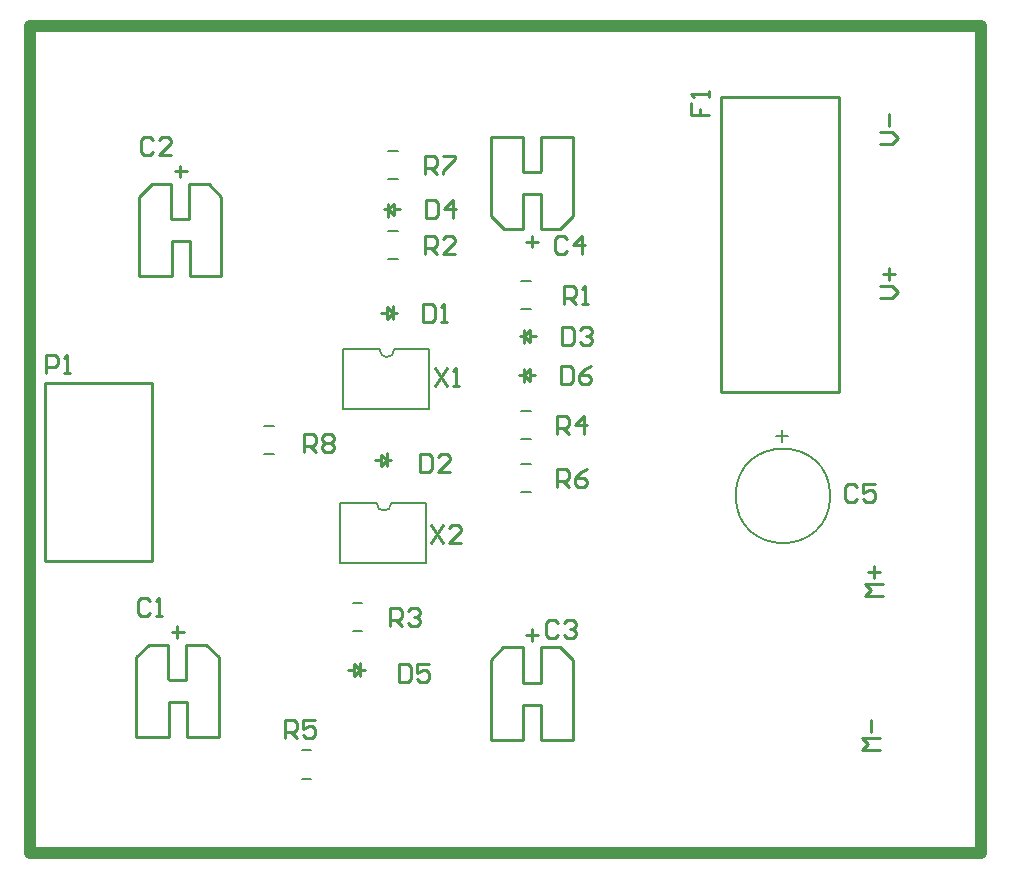
<source format=gto>
G04*
G04 #@! TF.GenerationSoftware,Altium Limited,Altium Designer,20.0.12 (288)*
G04*
G04 Layer_Color=65535*
%FSLAX44Y44*%
%MOMM*%
G71*
G01*
G75*
%ADD10C,0.2000*%
%ADD11C,0.2540*%
%ADD12C,0.1500*%
%ADD13C,1.0000*%
D10*
X677500Y402500D02*
G03*
X677500Y402500I-40000J0D01*
G01*
X296020Y526200D02*
G03*
X308380Y526200I6180J0D01*
G01*
X293520Y396200D02*
G03*
X305880Y396200I6180J0D01*
G01*
X198500Y438000D02*
X206500D01*
X198500Y462001D02*
X206500D01*
X415999Y429500D02*
X423999D01*
X415999Y405500D02*
X423999D01*
X416000Y584500D02*
X424000D01*
X416000Y560500D02*
X424000D01*
X303500Y627000D02*
X311500D01*
X303500Y603000D02*
X311500D01*
X273500Y312000D02*
X281500D01*
X273500Y288000D02*
X281500D01*
X303500Y670500D02*
X311500D01*
X303500Y694500D02*
X311500D01*
X416000Y450500D02*
X424000D01*
X416000Y474500D02*
X424000D01*
X265200Y526550D02*
X296020D01*
X308380D02*
X338200D01*
Y475750D02*
Y526550D01*
X265200Y475750D02*
X338200D01*
X265200D02*
Y526550D01*
X262700Y396550D02*
X293520D01*
X305880D02*
X335700D01*
Y345750D02*
Y396550D01*
X262700Y345750D02*
X335700D01*
X262700D02*
Y396550D01*
X230000Y163000D02*
X238000D01*
X230000Y187000D02*
X238000D01*
D11*
X414500Y537500D02*
X418500D01*
Y531500D02*
Y542500D01*
X423500Y537500D02*
Y542500D01*
X418500Y537500D02*
X423500Y542500D01*
X418500Y537500D02*
X423500Y532500D01*
Y537500D01*
X428500D01*
X299500Y645000D02*
X303500D01*
Y639000D02*
Y650000D01*
X308500Y645000D02*
Y650000D01*
X303500Y645000D02*
X308500Y650000D01*
X303500Y645000D02*
X308500Y640000D01*
Y645000D01*
X313500D01*
X269500Y255000D02*
X274500D01*
Y260000D01*
X279500Y255000D01*
X274500Y250000D02*
X279500Y255000D01*
X274500Y250000D02*
Y255000D01*
X279500Y250000D02*
Y261000D01*
Y255000D02*
X283500D01*
X297000Y557500D02*
X302000D01*
Y562500D01*
X307000Y557500D01*
X302000Y552500D02*
X307000Y557500D01*
X302000Y552500D02*
Y557500D01*
X307000Y552500D02*
Y563500D01*
Y557500D02*
X311000D01*
X423000Y505000D02*
X428000D01*
X423000Y500000D02*
Y505000D01*
X418000D02*
X423000Y500000D01*
X418000Y505000D02*
X423000Y510000D01*
Y505000D02*
Y510000D01*
X418000Y499000D02*
Y510000D01*
X414000Y505000D02*
X418000D01*
X292000Y432500D02*
X297000D01*
Y437500D01*
X302000Y432500D01*
X297000Y427500D02*
X302000Y432500D01*
X297000Y427500D02*
Y432500D01*
X302000Y427500D02*
Y438500D01*
Y432500D02*
X306000D01*
X420125Y284875D02*
X430125D01*
X424875Y279625D02*
Y289625D01*
X390048Y195875D02*
Y263298D01*
X390127Y263377D02*
X400875Y274125D01*
X417125D01*
X459625Y196125D02*
Y263375D01*
X448875Y274125D02*
X459625Y263375D01*
X432375Y274125D02*
X448875D01*
X432375Y244375D02*
Y273875D01*
X417375Y244375D02*
X432125D01*
X417125Y244625D02*
Y274125D01*
X432625Y196125D02*
X459625D01*
X390456Y195875D02*
X417456D01*
X417625D02*
Y225375D01*
X432625Y196125D02*
Y225625D01*
X417875D02*
X432625D01*
X417625Y225375D02*
X417875Y225625D01*
X419875Y617625D02*
X429875D01*
X425125Y612875D02*
Y622875D01*
X459952Y639202D02*
Y706625D01*
X449125Y628375D02*
X459873Y639123D01*
X432875Y628375D02*
X449125D01*
X390375Y639125D02*
Y706375D01*
Y639125D02*
X401125Y628375D01*
X417625D01*
Y628625D02*
Y658124D01*
X417875Y658125D02*
X432625D01*
X432875Y628374D02*
Y657875D01*
X390375Y706375D02*
X417375D01*
X432544Y706625D02*
X459544D01*
X432375Y677125D02*
Y706625D01*
X417375Y676875D02*
Y706375D01*
Y676875D02*
X432125D01*
X432375Y677125D01*
X585000Y490000D02*
X685000D01*
Y740000D01*
X585000D02*
X685000D01*
X585000Y490000D02*
Y740000D01*
X120125Y617875D02*
X120375Y618125D01*
X135125D01*
Y588625D02*
Y618125D01*
X120125Y588375D02*
Y617875D01*
X92956Y588375D02*
X119956D01*
X135125Y588625D02*
X162125D01*
X119625Y637125D02*
Y666625D01*
X119875Y636875D02*
X134625D01*
X134875D02*
Y666375D01*
Y666625D02*
X151375D01*
X162125Y655875D01*
Y588625D02*
Y655875D01*
X103375Y666625D02*
X119625D01*
X92627Y655877D02*
X103375Y666625D01*
X92548Y588375D02*
Y655798D01*
X127375Y672125D02*
Y682125D01*
X122625Y677375D02*
X132625D01*
X12750Y497750D02*
X102750D01*
X103000Y347750D02*
Y497750D01*
X12750Y347750D02*
X102750D01*
X12750D02*
Y497750D01*
X117625Y227875D02*
X117875Y228125D01*
X132625D01*
Y198625D02*
Y228125D01*
X117625Y198375D02*
Y227875D01*
X90456Y198375D02*
X117456D01*
X132625Y198625D02*
X159625D01*
X117125Y247125D02*
Y276625D01*
X117375Y246875D02*
X132125D01*
X132375D02*
Y276375D01*
Y276625D02*
X148875D01*
X159625Y265875D01*
Y198625D02*
Y265875D01*
X100875Y276625D02*
X117125D01*
X90127Y265877D02*
X100875Y276625D01*
X90048Y198375D02*
Y265798D01*
X124875Y282125D02*
Y292125D01*
X120125Y287375D02*
X130125D01*
X719724Y700041D02*
X729880D01*
X734959Y705120D01*
X729880Y710198D01*
X719724D01*
X727341Y715276D02*
Y725433D01*
X719724Y570041D02*
X729880D01*
X734959Y575120D01*
X729880Y580198D01*
X719724D01*
X727341Y585276D02*
Y595433D01*
X722263Y590355D02*
X732419D01*
X719960Y187540D02*
X704725D01*
X709803Y192618D01*
X704725Y197697D01*
X719960D01*
X712343Y202775D02*
Y212932D01*
X722460Y317540D02*
X707225D01*
X712303Y322618D01*
X707225Y327697D01*
X722460D01*
X714842Y332775D02*
Y342932D01*
X709764Y337853D02*
X719921D01*
X699961Y410078D02*
X697422Y412618D01*
X692343D01*
X689804Y410078D01*
Y399922D01*
X692343Y397383D01*
X697422D01*
X699961Y399922D01*
X715196Y412618D02*
X705039D01*
Y405000D01*
X710117Y407539D01*
X712657D01*
X715196Y405000D01*
Y399922D01*
X712657Y397383D01*
X707578D01*
X705039Y399922D01*
X339804Y377617D02*
X349961Y362383D01*
Y377617D02*
X339804Y362383D01*
X365196D02*
X355039D01*
X365196Y372539D01*
Y375078D01*
X362657Y377617D01*
X357578D01*
X355039Y375078D01*
X343044Y510317D02*
X353200Y495082D01*
Y510317D02*
X343044Y495082D01*
X358279D02*
X363357D01*
X360818D01*
Y510317D01*
X358279Y507778D01*
X232304Y439882D02*
Y455117D01*
X239922D01*
X242461Y452578D01*
Y447500D01*
X239922Y444961D01*
X232304D01*
X237383D02*
X242461Y439882D01*
X247539Y452578D02*
X250078Y455117D01*
X255157D01*
X257696Y452578D01*
Y450039D01*
X255157Y447500D01*
X257696Y444961D01*
Y442422D01*
X255157Y439882D01*
X250078D01*
X247539Y442422D01*
Y444961D01*
X250078Y447500D01*
X247539Y450039D01*
Y452578D01*
X250078Y447500D02*
X255157D01*
X334804Y674883D02*
Y690117D01*
X342422D01*
X344961Y687578D01*
Y682500D01*
X342422Y679961D01*
X334804D01*
X339883D02*
X344961Y674883D01*
X350039Y690117D02*
X360196D01*
Y687578D01*
X350039Y677422D01*
Y674883D01*
X445804Y409882D02*
Y425117D01*
X453421D01*
X455961Y422578D01*
Y417500D01*
X453421Y414961D01*
X445804D01*
X450882D02*
X455961Y409882D01*
X471195Y425117D02*
X466117Y422578D01*
X461039Y417500D01*
Y412421D01*
X463578Y409882D01*
X468656D01*
X471195Y412421D01*
Y414961D01*
X468656Y417500D01*
X461039D01*
X216128Y197146D02*
Y212381D01*
X223745D01*
X226285Y209842D01*
Y204764D01*
X223745Y202225D01*
X216128D01*
X221206D02*
X226285Y197146D01*
X241520Y212381D02*
X231363D01*
Y204764D01*
X236441Y207303D01*
X238980D01*
X241520Y204764D01*
Y199685D01*
X238980Y197146D01*
X233902D01*
X231363Y199685D01*
X445804Y454883D02*
Y470118D01*
X453422D01*
X455961Y467579D01*
Y462500D01*
X453422Y459961D01*
X445804D01*
X450882D02*
X455961Y454883D01*
X468657D02*
Y470118D01*
X461039Y462500D01*
X471196D01*
X304804Y292383D02*
Y307617D01*
X312422D01*
X314961Y305078D01*
Y300000D01*
X312422Y297461D01*
X304804D01*
X309883D02*
X314961Y292383D01*
X320039Y305078D02*
X322578Y307617D01*
X327657D01*
X330196Y305078D01*
Y302539D01*
X327657Y300000D01*
X325118D01*
X327657D01*
X330196Y297461D01*
Y294922D01*
X327657Y292383D01*
X322578D01*
X320039Y294922D01*
X334804Y607383D02*
Y622617D01*
X342422D01*
X344961Y620078D01*
Y615000D01*
X342422Y612461D01*
X334804D01*
X339883D02*
X344961Y607383D01*
X360196D02*
X350039D01*
X360196Y617539D01*
Y620078D01*
X357657Y622617D01*
X352578D01*
X350039Y620078D01*
X452343Y564883D02*
Y580117D01*
X459961D01*
X462500Y577578D01*
Y572500D01*
X459961Y569961D01*
X452343D01*
X457422D02*
X462500Y564883D01*
X467578D02*
X472657D01*
X470118D01*
Y580117D01*
X467578Y577578D01*
X13894Y506522D02*
Y521757D01*
X21511D01*
X24051Y519218D01*
Y514139D01*
X21511Y511600D01*
X13894D01*
X29129Y506522D02*
X34207D01*
X31668D01*
Y521757D01*
X29129Y519218D01*
X559882Y735000D02*
Y724843D01*
X567500D01*
Y729922D01*
Y724843D01*
X575117D01*
Y740078D02*
Y745157D01*
Y742617D01*
X559882D01*
X562422Y740078D01*
X449305Y512617D02*
Y497383D01*
X456922D01*
X459461Y499922D01*
Y510078D01*
X456922Y512617D01*
X449305D01*
X474696D02*
X469618Y510078D01*
X464540Y505000D01*
Y499922D01*
X467079Y497383D01*
X472157D01*
X474696Y499922D01*
Y502461D01*
X472157Y505000D01*
X464540D01*
X312304Y260117D02*
Y244883D01*
X319922D01*
X322461Y247422D01*
Y257578D01*
X319922Y260117D01*
X312304D01*
X337696D02*
X327539D01*
Y252500D01*
X332617Y255039D01*
X335157D01*
X337696Y252500D01*
Y247422D01*
X335157Y244883D01*
X330078D01*
X327539Y247422D01*
X335304Y652617D02*
Y637382D01*
X342922D01*
X345461Y639921D01*
Y650078D01*
X342922Y652617D01*
X335304D01*
X358157Y637382D02*
Y652617D01*
X350539Y645000D01*
X360696D01*
X450304Y545117D02*
Y529883D01*
X457922D01*
X460461Y532422D01*
Y542578D01*
X457922Y545117D01*
X450304D01*
X465539Y542578D02*
X468078Y545117D01*
X473157D01*
X475696Y542578D01*
Y540039D01*
X473157Y537500D01*
X470618D01*
X473157D01*
X475696Y534961D01*
Y532422D01*
X473157Y529883D01*
X468078D01*
X465539Y532422D01*
X329804Y437617D02*
Y422383D01*
X337422D01*
X339961Y424922D01*
Y435078D01*
X337422Y437617D01*
X329804D01*
X355196Y422383D02*
X345039D01*
X355196Y432539D01*
Y435078D01*
X352657Y437617D01*
X347578D01*
X345039Y435078D01*
X332343Y565117D02*
Y549883D01*
X339961D01*
X342500Y552422D01*
Y562578D01*
X339961Y565117D01*
X332343D01*
X347578Y549883D02*
X352657D01*
X350118D01*
Y565117D01*
X347578Y562578D01*
X454961Y620078D02*
X452422Y622618D01*
X447343D01*
X444804Y620078D01*
Y609922D01*
X447343Y607383D01*
X452422D01*
X454961Y609922D01*
X467657Y607383D02*
Y622618D01*
X460039Y615000D01*
X470196D01*
X447461Y295078D02*
X444922Y297618D01*
X439843D01*
X437304Y295078D01*
Y284922D01*
X439843Y282383D01*
X444922D01*
X447461Y284922D01*
X452539Y295078D02*
X455078Y297618D01*
X460157D01*
X462696Y295078D01*
Y292539D01*
X460157Y290000D01*
X457617D01*
X460157D01*
X462696Y287461D01*
Y284922D01*
X460157Y282383D01*
X455078D01*
X452539Y284922D01*
X104013Y703592D02*
X101474Y706131D01*
X96395D01*
X93856Y703592D01*
Y693435D01*
X96395Y690896D01*
X101474D01*
X104013Y693435D01*
X119248Y690896D02*
X109091D01*
X119248Y701053D01*
Y703592D01*
X116709Y706131D01*
X111630D01*
X109091Y703592D01*
X101553Y313618D02*
X99014Y316157D01*
X93935D01*
X91396Y313618D01*
Y303461D01*
X93935Y300922D01*
X99014D01*
X101553Y303461D01*
X106631Y300922D02*
X111709D01*
X109170D01*
Y316157D01*
X106631Y313618D01*
D12*
X637002Y448500D02*
Y458497D01*
X632004Y453498D02*
X642001D01*
D13*
X0Y100000D02*
X805000D01*
X0Y800000D02*
X0Y100000D01*
X805000Y800000D02*
X805000Y100000D01*
X0Y800000D02*
X805000D01*
M02*

</source>
